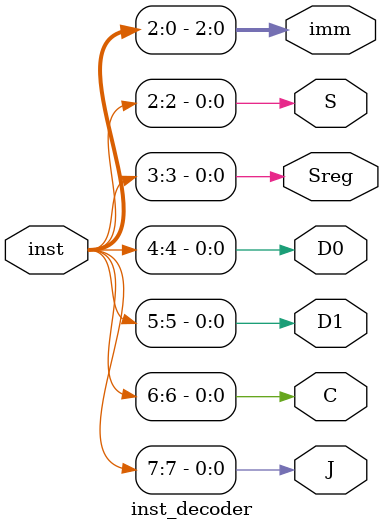
<source format=sv>
`timescale 1ns / 1ps


module inst_decoder#(
    parameter n = 8
)(
    input logic [n-1:0] inst,
    output logic J, C, D1, D0, Sreg, S,
    output logic [2:0] imm
    
);

    always_comb begin
        J = inst[7];
        C = inst[6];
        D1 = inst[5];
        D0 = inst[4];
        Sreg = inst[3];
        S = inst[2];
        imm = inst[2:0];
    end

endmodule

//module inst_decoder#(
//    parameter n = 8
//)(
//    input logic [n-1:0]inst,
//    output logic [(1 << n) - 1: 0]out
//);

//    assign out = 1 << inst;

//endmodule

</source>
